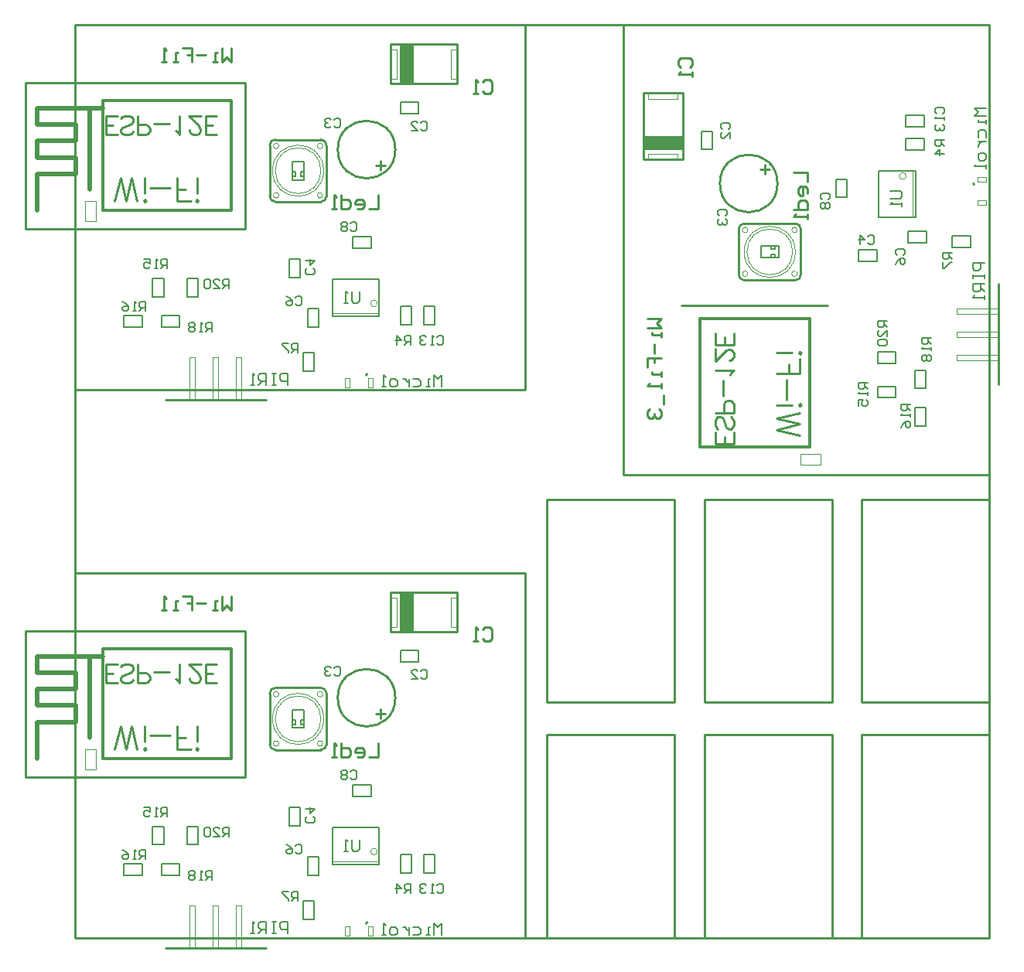
<source format=gbo>
%FSLAX25Y25*%
%MOIN*%
G70*
G01*
G75*
G04 Layer_Color=32896*
%ADD10R,0.01772X0.06299*%
%ADD11R,0.06299X0.13386*%
%ADD12R,0.01654X0.05512*%
%ADD13R,0.05512X0.07087*%
%ADD14R,0.05000X0.03500*%
%ADD15R,0.09000X0.15000*%
%ADD16R,0.08465X0.05000*%
%ADD17R,0.15000X0.28000*%
%ADD18R,0.07874X0.15748*%
%ADD19R,0.05906X0.15748*%
%ADD20R,0.06600X0.01700*%
%ADD21R,0.07087X0.05512*%
%ADD22R,0.11024X0.07874*%
%ADD23R,0.03300X0.03150*%
%ADD24R,0.04724X0.04724*%
%ADD25R,0.03937X0.05906*%
%ADD26R,0.05906X0.03937*%
%ADD27R,0.15748X0.07874*%
%ADD28R,0.03500X0.05000*%
%ADD29R,0.15748X0.05906*%
%ADD30R,0.07874X0.11024*%
%ADD31R,0.04724X0.04724*%
%ADD32R,0.05512X0.01654*%
%ADD33R,0.06299X0.01772*%
%ADD34R,0.13386X0.06299*%
%ADD35R,0.15000X0.09000*%
%ADD36R,0.05000X0.08465*%
%ADD37R,0.28000X0.15000*%
%ADD38C,0.04000*%
%ADD39C,0.01800*%
%ADD40C,0.02000*%
%ADD41C,0.01500*%
%ADD42C,0.02500*%
%ADD43C,0.03000*%
%ADD44C,0.01000*%
%ADD45C,0.05000*%
%ADD46R,0.27700X0.02100*%
%ADD47R,0.01900X0.03800*%
%ADD48R,0.35700X0.03400*%
%ADD49R,0.02100X0.27700*%
%ADD50R,0.03800X0.01900*%
%ADD51R,0.03400X0.35700*%
%ADD52R,0.08200X0.15600*%
%ADD53R,0.05512X0.07874*%
%ADD54R,0.05118X0.07874*%
%ADD55C,0.07874*%
%ADD56C,0.07087*%
%ADD57R,0.07874X0.05512*%
%ADD58R,0.07874X0.05118*%
%ADD59C,0.15800*%
%ADD60C,0.03937*%
%ADD61C,0.04000*%
%ADD62C,0.05000*%
%ADD63C,0.06000*%
%ADD64R,0.26000X0.28400*%
%ADD65R,0.03000X0.10000*%
%ADD66R,0.10000X0.20000*%
%ADD67R,0.09449X0.04724*%
%ADD68R,0.04724X0.11024*%
%ADD69R,0.09843X0.14961*%
%ADD70R,0.14961X0.09843*%
%ADD71R,0.20000X0.10000*%
%ADD72R,0.10000X0.03000*%
%ADD73R,0.04724X0.09449*%
%ADD74R,0.11024X0.04724*%
%ADD75R,0.28400X0.26000*%
%ADD76C,0.03500*%
%ADD77R,0.21028X0.12517*%
%ADD78R,0.12517X0.21028*%
%ADD79R,0.20200X0.15600*%
%ADD80C,0.00200*%
%ADD81C,0.00394*%
%ADD82C,0.00591*%
%ADD83C,0.00787*%
%ADD84C,0.00500*%
%ADD85C,0.00050*%
%ADD86C,0.00800*%
%ADD87R,0.02300X0.06299*%
%ADD88R,0.12100X0.11300*%
%ADD89R,0.06299X0.02100*%
%ADD90R,0.06299X0.02300*%
%ADD91R,0.02100X0.06299*%
%ADD92R,0.11300X0.12100*%
%ADD93R,0.02572X0.07099*%
%ADD94R,0.07099X0.14186*%
%ADD95R,0.02454X0.06312*%
%ADD96R,0.06312X0.07887*%
%ADD97R,0.05800X0.04300*%
%ADD98R,0.09800X0.15800*%
%ADD99R,0.09265X0.05800*%
%ADD100R,0.15800X0.28800*%
%ADD101R,0.08674X0.16548*%
%ADD102R,0.06706X0.16548*%
%ADD103R,0.07400X0.02500*%
%ADD104R,0.07887X0.06312*%
%ADD105R,0.11824X0.08674*%
%ADD106R,0.04100X0.03950*%
%ADD107R,0.05524X0.05524*%
%ADD108R,0.04737X0.06706*%
%ADD109R,0.06706X0.04737*%
%ADD110R,0.16548X0.08674*%
%ADD111R,0.04300X0.05800*%
%ADD112R,0.16548X0.06706*%
%ADD113R,0.08674X0.11824*%
%ADD114R,0.05524X0.05524*%
%ADD115R,0.06312X0.02454*%
%ADD116R,0.07099X0.02572*%
%ADD117R,0.14186X0.07099*%
%ADD118R,0.15800X0.09800*%
%ADD119R,0.05800X0.09265*%
%ADD120R,0.28800X0.15800*%
%ADD121R,0.06312X0.08674*%
%ADD122R,0.05918X0.08674*%
%ADD123C,0.08674*%
%ADD124C,0.07887*%
%ADD125R,0.08674X0.06312*%
%ADD126R,0.08674X0.05918*%
%ADD127C,0.16600*%
%ADD128C,0.04737*%
%ADD129C,0.04800*%
%ADD130C,0.05800*%
%ADD131C,0.06800*%
%ADD132R,0.26800X0.29200*%
%ADD133R,0.03800X0.10800*%
%ADD134R,0.10800X0.20800*%
%ADD135R,0.10249X0.05524*%
%ADD136R,0.05524X0.11824*%
%ADD137R,0.10642X0.15761*%
%ADD138R,0.15761X0.10642*%
%ADD139R,0.20800X0.10800*%
%ADD140R,0.10800X0.03800*%
%ADD141R,0.05524X0.10249*%
%ADD142R,0.11824X0.05524*%
%ADD143R,0.29200X0.26800*%
%ADD144C,0.00300*%
%ADD145C,0.01969*%
%ADD146C,0.01181*%
%ADD147R,0.06000X0.16929*%
%ADD148R,0.16929X0.06000*%
D44*
X105842Y317314D02*
G03*
X108205Y319676I0J2362D01*
G01*
Y341724D02*
G03*
X105842Y344086I-2362J0D01*
G01*
X83795Y319676D02*
G03*
X86158Y317314I2362J0D01*
G01*
Y344086D02*
G03*
X83795Y341724I0J-2362D01*
G01*
X137902Y339800D02*
G03*
X137902Y339800I-12402J0D01*
G01*
X302602Y325200D02*
G03*
X302602Y325200I-12402J0D01*
G01*
X312686Y305542D02*
G03*
X310324Y307905I-2362J0D01*
G01*
X288276D02*
G03*
X285914Y305542I0J-2362D01*
G01*
X310324Y283495D02*
G03*
X312686Y285858I0J2362D01*
G01*
X285914D02*
G03*
X288276Y283495I2362J0D01*
G01*
X137902Y103500D02*
G03*
X137902Y103500I-12402J0D01*
G01*
X105842Y81014D02*
G03*
X108205Y83376I0J2362D01*
G01*
Y105424D02*
G03*
X105842Y107786I-2362J0D01*
G01*
X83795Y83376D02*
G03*
X86158Y81014I2362J0D01*
G01*
Y107786D02*
G03*
X83795Y105424I0J-2362D01*
G01*
X38846Y232052D02*
X82153D01*
X125100Y242700D02*
X125600Y243200D01*
X83795Y319676D02*
Y341724D01*
X108205Y319676D02*
Y341724D01*
X86158Y317314D02*
X105842D01*
X86158Y344086D02*
X105842D01*
X73024Y305708D02*
Y368700D01*
X-21465D02*
X73024D01*
X-21465Y305708D02*
X73024D01*
X-21465D02*
Y368700D01*
X135819Y368235D02*
Y385165D01*
X164559Y368235D02*
Y385165D01*
X135819Y368235D02*
X164559D01*
X135819Y385165D02*
X164559D01*
X38846Y-4248D02*
X82153D01*
X244835Y335519D02*
X261765D01*
X244835Y364259D02*
X261765D01*
Y335519D02*
Y364259D01*
X244835Y335519D02*
Y364259D01*
X288276Y283495D02*
X310324D01*
X288276Y307905D02*
X310324D01*
X312686Y285858D02*
Y305542D01*
X285914Y285858D02*
Y305542D01*
X386800Y325300D02*
X387300Y324800D01*
X397948Y238546D02*
Y281854D01*
X261300Y272724D02*
X324292D01*
X135819Y131935D02*
Y148865D01*
X164559Y131935D02*
Y148865D01*
X135819Y131935D02*
X164559D01*
X135819Y148865D02*
X164559D01*
X83795Y83376D02*
Y105424D01*
X108205Y83376D02*
Y105424D01*
X86158Y81014D02*
X105842D01*
X86158Y107786D02*
X105842D01*
X125100Y6400D02*
X125600Y6900D01*
X73024Y69408D02*
Y132400D01*
X-21465D02*
X73024D01*
X-21465Y69408D02*
X73024D01*
X-21465D02*
Y132400D01*
X67118Y383598D02*
Y377600D01*
X65119Y379599D01*
X63119Y377600D01*
Y383598D01*
X61120Y377600D02*
X59121D01*
X60120D01*
Y381599D01*
X61120D01*
X56122Y380599D02*
X52123D01*
X46125Y383598D02*
X50124D01*
Y380599D01*
X48124D01*
X50124D01*
Y377600D01*
X44126D02*
X42126D01*
X43126D01*
Y381599D01*
X44126D01*
X39127Y377600D02*
X37128D01*
X38127D01*
Y383598D01*
X39127Y382598D01*
X130400Y320398D02*
Y314400D01*
X126401D01*
X121403D02*
X123402D01*
X124402Y315400D01*
Y317399D01*
X123402Y318399D01*
X121403D01*
X120403Y317399D01*
Y316399D01*
X124402D01*
X114405Y320398D02*
Y314400D01*
X117404D01*
X118404Y315400D01*
Y317399D01*
X117404Y318399D01*
X114405D01*
X112406Y314400D02*
X110406D01*
X111406D01*
Y320398D01*
X112406Y319398D01*
X175601Y369098D02*
X176601Y370098D01*
X178600D01*
X179600Y369098D01*
Y365100D01*
X178600Y364100D01*
X176601D01*
X175601Y365100D01*
X173602Y364100D02*
X171603D01*
X172602D01*
Y370098D01*
X173602Y369098D01*
X67118Y147298D02*
Y141300D01*
X65119Y143299D01*
X63119Y141300D01*
Y147298D01*
X61120Y141300D02*
X59121D01*
X60120D01*
Y145299D01*
X61120D01*
X56122Y144299D02*
X52123D01*
X46125Y147298D02*
X50124D01*
Y144299D01*
X48124D01*
X50124D01*
Y141300D01*
X44126D02*
X42126D01*
X43126D01*
Y145299D01*
X44126D01*
X39127Y141300D02*
X37128D01*
X38127D01*
Y147298D01*
X39127Y146298D01*
X130400Y84098D02*
Y78100D01*
X126401D01*
X121403D02*
X123402D01*
X124402Y79100D01*
Y81099D01*
X123402Y82099D01*
X121403D01*
X120403Y81099D01*
Y80099D01*
X124402D01*
X114405Y84098D02*
Y78100D01*
X117404D01*
X118404Y79100D01*
Y81099D01*
X117404Y82099D01*
X114405D01*
X112406Y78100D02*
X110406D01*
X111406D01*
Y84098D01*
X112406Y83098D01*
X175601Y132798D02*
X176601Y133798D01*
X178600D01*
X179600Y132798D01*
Y128800D01*
X178600Y127800D01*
X176601D01*
X175601Y128800D01*
X173602Y127800D02*
X171603D01*
X172602D01*
Y133798D01*
X173602Y132798D01*
X246402Y266818D02*
X252400D01*
X250401Y264819D01*
X252400Y262819D01*
X246402D01*
X252400Y260820D02*
Y258821D01*
Y259820D01*
X248401D01*
Y260820D01*
X249401Y255822D02*
Y251823D01*
X246402Y245825D02*
Y249824D01*
X249401D01*
Y247824D01*
Y249824D01*
X252400D01*
Y243826D02*
Y241826D01*
Y242826D01*
X248401D01*
Y243826D01*
X252400Y238827D02*
Y236828D01*
Y237827D01*
X246402D01*
X247402Y238827D01*
X253400Y233829D02*
Y229830D01*
X247402Y227831D02*
X246402Y226831D01*
Y224832D01*
X247402Y223832D01*
X248401D01*
X249401Y224832D01*
Y225831D01*
Y224832D01*
X250401Y223832D01*
X251400D01*
X252400Y224832D01*
Y226831D01*
X251400Y227831D01*
X309602Y330100D02*
X315600D01*
Y326101D01*
Y321103D02*
Y323102D01*
X314600Y324102D01*
X312601D01*
X311601Y323102D01*
Y321103D01*
X312601Y320103D01*
X313601D01*
Y324102D01*
X309602Y314105D02*
X315600D01*
Y317104D01*
X314600Y318104D01*
X312601D01*
X311601Y317104D01*
Y314105D01*
X315600Y312106D02*
Y310106D01*
Y311106D01*
X309602D01*
X310602Y312106D01*
X260902Y375301D02*
X259902Y376301D01*
Y378300D01*
X260902Y379300D01*
X264900D01*
X265900Y378300D01*
Y376301D01*
X264900Y375301D01*
X265900Y373302D02*
Y371303D01*
Y372302D01*
X259902D01*
X260902Y373302D01*
X18251Y346302D02*
X13300D01*
Y354300D01*
X18251D01*
X13300Y350110D02*
X16347D01*
X24917Y347444D02*
X24155Y346683D01*
X23012Y346302D01*
X21489D01*
X20346Y346683D01*
X19584Y347444D01*
Y348206D01*
X19965Y348968D01*
X20346Y349349D01*
X21108Y349730D01*
X23393Y350491D01*
X24155Y350872D01*
X24536Y351253D01*
X24917Y352015D01*
Y353157D01*
X24155Y353919D01*
X23012Y354300D01*
X21489D01*
X20346Y353919D01*
X19584Y353157D01*
X26707Y350491D02*
X30134D01*
X31277Y350110D01*
X31658Y349730D01*
X32039Y348968D01*
Y347825D01*
X31658Y347063D01*
X31277Y346683D01*
X30134Y346302D01*
X26707D01*
Y354300D01*
X33829Y350872D02*
X40685D01*
X43046Y347825D02*
X43808Y347444D01*
X44950Y346302D01*
Y354300D01*
X49292Y348206D02*
Y347825D01*
X49673Y347063D01*
X50054Y346683D01*
X50816Y346302D01*
X52339D01*
X53101Y346683D01*
X53482Y347063D01*
X53863Y347825D01*
Y348587D01*
X53482Y349349D01*
X52720Y350491D01*
X48911Y354300D01*
X54244D01*
X60985Y346302D02*
X56034D01*
Y354300D01*
X60985D01*
X56034Y350110D02*
X59081D01*
X17000Y317702D02*
X19380Y327700D01*
X21761Y317702D02*
X19380Y327700D01*
X21761Y317702D02*
X24141Y327700D01*
X26522Y317702D02*
X24141Y327700D01*
X29474Y317702D02*
X29950Y318178D01*
X30426Y317702D01*
X29950Y317226D01*
X29474Y317702D01*
X29950Y321035D02*
Y327700D01*
X32187Y323415D02*
X40757D01*
X43709Y317702D02*
Y327700D01*
Y317702D02*
X49898D01*
X43709Y322463D02*
X47517D01*
X51992Y317702D02*
X52469Y318178D01*
X52945Y317702D01*
X52469Y317226D01*
X51992Y317702D01*
X52469Y321035D02*
Y327700D01*
X129500Y332801D02*
X133499D01*
X131499Y330802D02*
Y334800D01*
X297199Y329200D02*
Y333199D01*
X299198Y331199D02*
X295200D01*
X283698Y217951D02*
Y213000D01*
X275700D01*
Y217951D01*
X279890Y213000D02*
Y216047D01*
X282556Y224617D02*
X283317Y223855D01*
X283698Y222712D01*
Y221189D01*
X283317Y220046D01*
X282556Y219284D01*
X281794D01*
X281032Y219665D01*
X280651Y220046D01*
X280270Y220808D01*
X279509Y223093D01*
X279128Y223855D01*
X278747Y224236D01*
X277985Y224617D01*
X276843D01*
X276081Y223855D01*
X275700Y222712D01*
Y221189D01*
X276081Y220046D01*
X276843Y219284D01*
X279509Y226407D02*
Y229835D01*
X279890Y230977D01*
X280270Y231358D01*
X281032Y231739D01*
X282175D01*
X282937Y231358D01*
X283317Y230977D01*
X283698Y229835D01*
Y226407D01*
X275700D01*
X279128Y233529D02*
Y240385D01*
X282175Y242746D02*
X282556Y243508D01*
X283698Y244650D01*
X275700D01*
X281794Y248992D02*
X282175D01*
X282937Y249373D01*
X283317Y249754D01*
X283698Y250516D01*
Y252039D01*
X283317Y252801D01*
X282937Y253182D01*
X282175Y253563D01*
X281413D01*
X280651Y253182D01*
X279509Y252420D01*
X275700Y248611D01*
Y253944D01*
X283698Y260685D02*
Y255734D01*
X275700D01*
Y260685D01*
X279890Y255734D02*
Y258781D01*
X312298Y216700D02*
X302300Y219080D01*
X312298Y221461D02*
X302300Y219080D01*
X312298Y221461D02*
X302300Y223841D01*
X312298Y226222D02*
X302300Y223841D01*
X312298Y229173D02*
X311822Y229650D01*
X312298Y230126D01*
X312774Y229650D01*
X312298Y229173D01*
X308965Y229650D02*
X302300D01*
X306585Y231887D02*
Y240457D01*
X312298Y243409D02*
X302300D01*
X312298D02*
Y249598D01*
X307537Y243409D02*
Y247217D01*
X312298Y251693D02*
X311822Y252169D01*
X312298Y252645D01*
X312774Y252169D01*
X312298Y251693D01*
X308965Y252169D02*
X302300D01*
X129500Y96501D02*
X133499D01*
X131499Y94502D02*
Y98500D01*
X18251Y110002D02*
X13300D01*
Y118000D01*
X18251D01*
X13300Y113810D02*
X16347D01*
X24917Y111144D02*
X24155Y110383D01*
X23012Y110002D01*
X21489D01*
X20346Y110383D01*
X19584Y111144D01*
Y111906D01*
X19965Y112668D01*
X20346Y113049D01*
X21108Y113429D01*
X23393Y114191D01*
X24155Y114572D01*
X24536Y114953D01*
X24917Y115715D01*
Y116857D01*
X24155Y117619D01*
X23012Y118000D01*
X21489D01*
X20346Y117619D01*
X19584Y116857D01*
X26707Y114191D02*
X30134D01*
X31277Y113810D01*
X31658Y113429D01*
X32039Y112668D01*
Y111525D01*
X31658Y110764D01*
X31277Y110383D01*
X30134Y110002D01*
X26707D01*
Y118000D01*
X33829Y114572D02*
X40685D01*
X43046Y111525D02*
X43808Y111144D01*
X44950Y110002D01*
Y118000D01*
X49292Y111906D02*
Y111525D01*
X49673Y110764D01*
X50054Y110383D01*
X50816Y110002D01*
X52339D01*
X53101Y110383D01*
X53482Y110764D01*
X53863Y111525D01*
Y112287D01*
X53482Y113049D01*
X52720Y114191D01*
X48911Y118000D01*
X54244D01*
X60985Y110002D02*
X56034D01*
Y118000D01*
X60985D01*
X56034Y113810D02*
X59081D01*
X17000Y81402D02*
X19380Y91400D01*
X21761Y81402D02*
X19380Y91400D01*
X21761Y81402D02*
X24141Y91400D01*
X26522Y81402D02*
X24141Y91400D01*
X29474Y81402D02*
X29950Y81878D01*
X30426Y81402D01*
X29950Y80926D01*
X29474Y81402D01*
X29950Y84735D02*
Y91400D01*
X32187Y87115D02*
X40757D01*
X43709Y81402D02*
Y91400D01*
Y81402D02*
X49898D01*
X43709Y86163D02*
X47517D01*
X51992Y81402D02*
X52469Y81878D01*
X52945Y81402D01*
X52469Y80926D01*
X51992Y81402D01*
X52469Y84735D02*
Y91400D01*
X0Y0D02*
Y393701D01*
Y0D02*
X393701D01*
Y393701D01*
X0D02*
X393701D01*
X194000Y236300D02*
Y393700D01*
X0D02*
X194000D01*
X0Y236300D02*
X194000D01*
X0D02*
Y393700D01*
X194000Y0D02*
Y157400D01*
X0D02*
X194000D01*
X0Y0D02*
X194000D01*
X0D02*
Y157400D01*
X236300Y393700D02*
X393700D01*
X236300Y199700D02*
Y393700D01*
X393700Y199700D02*
Y393700D01*
X236300Y199700D02*
X393700D01*
X338700Y0D02*
Y87500D01*
Y0D02*
X393700D01*
X338700Y87500D02*
X393700D01*
Y0D02*
Y87500D01*
X271300Y0D02*
Y87500D01*
Y0D02*
X326300D01*
X271300Y87500D02*
X326300D01*
Y0D02*
Y87500D01*
X203300Y0D02*
Y87500D01*
Y0D02*
X258300D01*
X203300Y87500D02*
X258300D01*
Y0D02*
Y87500D01*
Y101500D02*
Y189000D01*
X203300D02*
X258300D01*
X203300Y101500D02*
X258300D01*
X203300D02*
Y189000D01*
X326300Y101500D02*
Y189000D01*
X271300D02*
X326300D01*
X271300Y101500D02*
X326300D01*
X271300D02*
Y189000D01*
X393700Y101500D02*
Y189000D01*
X338700D02*
X393700D01*
X338700Y101500D02*
X393700D01*
X338700D02*
Y189000D01*
D80*
X111177Y269300D02*
X130862D01*
X360700Y310877D02*
Y330562D01*
X111177Y33000D02*
X130862D01*
D81*
X105842Y330700D02*
G03*
X105842Y330700I-9843J0D01*
G01*
X106630Y341330D02*
G03*
X106630Y341330I-1181J0D01*
G01*
Y320070D02*
G03*
X106630Y320070I-1181J0D01*
G01*
X87732D02*
G03*
X87732Y320070I-1181J0D01*
G01*
Y341330D02*
G03*
X87732Y341330I-1181J0D01*
G01*
X107024Y330700D02*
G03*
X107024Y330700I-11024J0D01*
G01*
X309142Y295700D02*
G03*
X309142Y295700I-9843J0D01*
G01*
X289851Y305149D02*
G03*
X289851Y305149I-1181J0D01*
G01*
X311111D02*
G03*
X311111Y305149I-1181J0D01*
G01*
Y286251D02*
G03*
X311111Y286251I-1181J0D01*
G01*
X289851D02*
G03*
X289851Y286251I-1181J0D01*
G01*
X310324Y295700D02*
G03*
X310324Y295700I-11024J0D01*
G01*
X105842Y94400D02*
G03*
X105842Y94400I-9843J0D01*
G01*
X106630Y105030D02*
G03*
X106630Y105030I-1181J0D01*
G01*
Y83770D02*
G03*
X106630Y83770I-1181J0D01*
G01*
X87732D02*
G03*
X87732Y83770I-1181J0D01*
G01*
Y105030D02*
G03*
X87732Y105030I-1181J0D01*
G01*
X107024Y94400D02*
G03*
X107024Y94400I-11024J0D01*
G01*
X71681Y232052D02*
Y250162D01*
X69319D02*
X71681D01*
X69319Y232052D02*
Y250162D01*
X59319Y232052D02*
Y250162D01*
X61681D01*
Y232052D02*
Y250162D01*
X49319Y232052D02*
Y250162D01*
X51681D01*
Y232052D02*
Y250162D01*
X116116Y237326D02*
X118084D01*
X126116D02*
X128084D01*
X116116Y241263D02*
X118084D01*
X116116Y237326D02*
Y241263D01*
X118084Y237326D02*
Y241263D01*
X126116D02*
X128084D01*
X126116Y237326D02*
Y241263D01*
X128084Y237326D02*
Y241263D01*
X4126Y308857D02*
Y317519D01*
X8850D01*
Y308857D02*
Y317519D01*
X4126Y308857D02*
X8850D01*
X162000Y370401D02*
X164362D01*
X162000D02*
Y382999D01*
X164559D01*
X135819D02*
X138378D01*
Y370401D02*
Y382999D01*
X135819Y370401D02*
X138378D01*
X71681Y-4248D02*
Y13862D01*
X69319D02*
X71681D01*
X69319Y-4248D02*
Y13862D01*
X59319Y-4248D02*
Y13862D01*
X61681D01*
Y-4248D02*
Y13862D01*
X49319Y-4248D02*
Y13862D01*
X51681D01*
Y-4248D02*
Y13862D01*
X259599Y361700D02*
Y364062D01*
X247001Y361700D02*
X259599D01*
X247001D02*
Y364259D01*
Y335519D02*
Y338078D01*
X259599D01*
Y335519D02*
Y338078D01*
X392674Y315816D02*
Y317784D01*
Y325816D02*
Y327784D01*
X388737Y315816D02*
Y317784D01*
Y315816D02*
X392674D01*
X388737Y317784D02*
X392674D01*
X388737Y325816D02*
Y327784D01*
Y325816D02*
X392674D01*
X388737Y327784D02*
X392674D01*
X379838Y271381D02*
X397948D01*
X379838Y269019D02*
Y271381D01*
Y269019D02*
X397948D01*
X379838Y259019D02*
X397948D01*
X379838D02*
Y261381D01*
X397948D01*
X379838Y249019D02*
X397948D01*
X379838D02*
Y251381D01*
X397948D01*
X312481Y203826D02*
X321143D01*
X312481D02*
Y208550D01*
X321143D01*
Y203826D02*
Y208550D01*
X162000Y134101D02*
X164362D01*
X162000D02*
Y146699D01*
X164559D01*
X135819D02*
X138378D01*
Y134101D02*
Y146699D01*
X135819Y134101D02*
X138378D01*
X116116Y1026D02*
X118084D01*
X126116D02*
X128084D01*
X116116Y4963D02*
X118084D01*
X116116Y1026D02*
Y4963D01*
X118084Y1026D02*
Y4963D01*
X126116D02*
X128084D01*
X126116Y1026D02*
Y4963D01*
X128084Y1026D02*
Y4963D01*
X4126Y72557D02*
Y81219D01*
X8850D01*
Y72557D02*
Y81219D01*
X4126Y72557D02*
X8850D01*
D84*
X111000Y267800D02*
X131000D01*
Y283900D01*
X111000D02*
X131000D01*
X111000Y267800D02*
Y283900D01*
X98559Y326763D02*
Y334637D01*
X93441Y326763D02*
X98559D01*
X93441D02*
Y334637D01*
X98559D01*
X97181Y328338D02*
X98559D01*
X97181D02*
Y330306D01*
X98559D01*
X93441D02*
X94819D01*
Y328338D02*
Y330306D01*
X93441Y328338D02*
X94819D01*
X48039Y284300D02*
X52961D01*
X48039Y276426D02*
Y284300D01*
Y276426D02*
X52961D01*
Y284300D01*
X274661Y339826D02*
Y347700D01*
X269739Y339826D02*
X274661D01*
X269739D02*
Y347700D01*
X274661D01*
X337500Y296661D02*
X345374D01*
Y291739D02*
Y296661D01*
X337500Y291739D02*
X345374D01*
X337500D02*
Y296661D01*
X358826Y299739D02*
X366700D01*
X358826D02*
Y304661D01*
X366700D01*
Y299739D02*
Y304661D01*
X327739Y319200D02*
Y327074D01*
X332661D01*
Y319200D02*
Y327074D01*
X327739Y319200D02*
X332661D01*
X295363Y298259D02*
X303237D01*
Y293141D02*
Y298259D01*
X295363Y293141D02*
X303237D01*
X295363D02*
Y298259D01*
X301662Y296881D02*
Y298259D01*
X299694Y296881D02*
X301662D01*
X299694D02*
Y298259D01*
Y293141D02*
Y294519D01*
X301662D01*
Y293141D02*
Y294519D01*
X357826Y339739D02*
X365700D01*
X357826D02*
Y344661D01*
X365700D01*
Y339739D02*
Y344661D01*
X377826Y297739D02*
X385700D01*
X377826D02*
Y302661D01*
X385700D01*
Y297739D02*
Y302661D01*
X361739Y220700D02*
Y228574D01*
X366661D01*
Y220700D02*
Y228574D01*
X361739Y220700D02*
X366661D01*
Y236826D02*
Y244700D01*
X361739Y236826D02*
X366661D01*
X361739D02*
Y244700D01*
X366661D01*
X362200Y310700D02*
Y330700D01*
X346100D02*
X362200D01*
X346100Y310700D02*
Y330700D01*
Y310700D02*
X362200D01*
X365700Y349739D02*
Y354661D01*
X357826D02*
X365700D01*
X357826Y349739D02*
Y354661D01*
Y349739D02*
X365700D01*
X345700Y232839D02*
Y237761D01*
Y232839D02*
X353574D01*
Y237761D01*
X345700D02*
X353574D01*
X345700Y247739D02*
Y252661D01*
Y247739D02*
X353574D01*
Y252661D01*
X345700D02*
X353574D01*
X140126Y119039D02*
X148000D01*
X140126D02*
Y123961D01*
X148000D01*
Y119039D02*
Y123961D01*
X96961Y48326D02*
Y56200D01*
X92039Y48326D02*
X96961D01*
X92039D02*
Y56200D01*
X96961D01*
X100039Y27000D02*
Y34874D01*
X104961D01*
Y27000D02*
Y34874D01*
X100039Y27000D02*
X104961D01*
X119500Y65961D02*
X127374D01*
Y61039D02*
Y65961D01*
X119500Y61039D02*
X127374D01*
X119500D02*
Y65961D01*
X98559Y90463D02*
Y98337D01*
X93441Y90463D02*
X98559D01*
X93441D02*
Y98337D01*
X98559D01*
X97181Y92038D02*
X98559D01*
X97181D02*
Y94006D01*
X98559D01*
X93441D02*
X94819D01*
Y92038D02*
Y94006D01*
X93441Y92038D02*
X94819D01*
X140039Y28000D02*
Y35874D01*
X144961D01*
Y28000D02*
Y35874D01*
X140039Y28000D02*
X144961D01*
X98039Y8000D02*
Y15874D01*
X102961D01*
Y8000D02*
Y15874D01*
X98039Y8000D02*
X102961D01*
X21000Y31961D02*
X28874D01*
Y27039D02*
Y31961D01*
X21000Y27039D02*
X28874D01*
X21000D02*
Y31961D01*
X37126Y27039D02*
X45000D01*
X37126D02*
Y31961D01*
X45000D01*
Y27039D02*
Y31961D01*
X111000Y31500D02*
X131000D01*
Y47600D01*
X111000D02*
X131000D01*
X111000Y31500D02*
Y47600D01*
X150039Y28000D02*
X154961D01*
Y35874D01*
X150039D02*
X154961D01*
X150039Y28000D02*
Y35874D01*
X33139Y48000D02*
X38061D01*
X33139Y40126D02*
Y48000D01*
Y40126D02*
X38061D01*
Y48000D01*
X48039D02*
X52961D01*
X48039Y40126D02*
Y48000D01*
Y40126D02*
X52961D01*
Y48000D01*
X140126Y355339D02*
X148000D01*
X140126D02*
Y360261D01*
X148000D01*
Y355339D02*
Y360261D01*
X96961Y284626D02*
Y292500D01*
X92039Y284626D02*
X96961D01*
X92039D02*
Y292500D01*
X96961D01*
X100039Y263300D02*
Y271174D01*
X104961D01*
Y263300D02*
Y271174D01*
X100039Y263300D02*
X104961D01*
X119500Y302261D02*
X127374D01*
Y297339D02*
Y302261D01*
X119500Y297339D02*
X127374D01*
X119500D02*
Y302261D01*
X140039Y264300D02*
Y272174D01*
X144961D01*
Y264300D02*
Y272174D01*
X140039Y264300D02*
X144961D01*
X98039Y244300D02*
Y252174D01*
X102961D01*
Y244300D02*
Y252174D01*
X98039Y244300D02*
X102961D01*
X21000Y268261D02*
X28874D01*
Y263339D02*
Y268261D01*
X21000Y263339D02*
X28874D01*
X21000D02*
Y268261D01*
X37126Y263339D02*
X45000D01*
X37126D02*
Y268261D01*
X45000D01*
Y263339D02*
Y268261D01*
X150039Y264300D02*
X154961D01*
Y272174D01*
X150039D02*
X154961D01*
X150039Y264300D02*
Y272174D01*
X33139Y284300D02*
X38061D01*
X33139Y276426D02*
Y284300D01*
Y276426D02*
X38061D01*
Y284300D01*
X66200Y280000D02*
Y283999D01*
X64201D01*
X63534Y283332D01*
Y281999D01*
X64201Y281333D01*
X66200D01*
X64867D02*
X63534Y280000D01*
X59535D02*
X62201D01*
X59535Y282666D01*
Y283332D01*
X60202Y283999D01*
X61535D01*
X62201Y283332D01*
X58203D02*
X57536Y283999D01*
X56203D01*
X55537Y283332D01*
Y280666D01*
X56203Y280000D01*
X57536D01*
X58203Y280666D01*
Y283332D01*
X39600Y288500D02*
Y292499D01*
X37601D01*
X36934Y291832D01*
Y290499D01*
X37601Y289833D01*
X39600D01*
X38267D02*
X36934Y288500D01*
X35601D02*
X34268D01*
X34935D01*
Y292499D01*
X35601Y291832D01*
X29603Y292499D02*
X32269D01*
Y290499D01*
X30936Y291166D01*
X30270D01*
X29603Y290499D01*
Y289166D01*
X30270Y288500D01*
X31603D01*
X32269Y289166D01*
X155734Y258932D02*
X156401Y259599D01*
X157734D01*
X158400Y258932D01*
Y256266D01*
X157734Y255600D01*
X156401D01*
X155734Y256266D01*
X154401Y255600D02*
X153068D01*
X153735D01*
Y259599D01*
X154401Y258932D01*
X151069D02*
X150403Y259599D01*
X149070D01*
X148403Y258932D01*
Y258266D01*
X149070Y257599D01*
X149736D01*
X149070D01*
X148403Y256933D01*
Y256266D01*
X149070Y255600D01*
X150403D01*
X151069Y256266D01*
X58800Y261200D02*
Y265199D01*
X56801D01*
X56134Y264532D01*
Y263199D01*
X56801Y262533D01*
X58800D01*
X57467D02*
X56134Y261200D01*
X54801D02*
X53468D01*
X54135D01*
Y265199D01*
X54801Y264532D01*
X51469D02*
X50803Y265199D01*
X49470D01*
X48803Y264532D01*
Y263866D01*
X49470Y263199D01*
X48803Y262533D01*
Y261866D01*
X49470Y261200D01*
X50803D01*
X51469Y261866D01*
Y262533D01*
X50803Y263199D01*
X51469Y263866D01*
Y264532D01*
X50803Y263199D02*
X49470D01*
X30100Y270300D02*
Y274299D01*
X28101D01*
X27434Y273632D01*
Y272299D01*
X28101Y271633D01*
X30100D01*
X28767D02*
X27434Y270300D01*
X26101D02*
X24768D01*
X25435D01*
Y274299D01*
X26101Y273632D01*
X20103Y274299D02*
X21436Y273632D01*
X22769Y272299D01*
Y270966D01*
X22103Y270300D01*
X20770D01*
X20103Y270966D01*
Y271633D01*
X20770Y272299D01*
X22769D01*
X95700Y252300D02*
Y256299D01*
X93701D01*
X93034Y255632D01*
Y254299D01*
X93701Y253633D01*
X95700D01*
X94367D02*
X93034Y252300D01*
X91701Y256299D02*
X89035D01*
Y255632D01*
X91701Y252966D01*
Y252300D01*
X144400Y255600D02*
Y259599D01*
X142401D01*
X141734Y258932D01*
Y257599D01*
X142401Y256933D01*
X144400D01*
X143067D02*
X141734Y255600D01*
X138402D02*
Y259599D01*
X140401Y257599D01*
X137735D01*
X118634Y308032D02*
X119301Y308699D01*
X120633D01*
X121300Y308032D01*
Y305366D01*
X120633Y304700D01*
X119301D01*
X118634Y305366D01*
X117301Y308032D02*
X116635Y308699D01*
X115302D01*
X114636Y308032D01*
Y307366D01*
X115302Y306699D01*
X114636Y306033D01*
Y305366D01*
X115302Y304700D01*
X116635D01*
X117301Y305366D01*
Y306033D01*
X116635Y306699D01*
X117301Y307366D01*
Y308032D01*
X116635Y306699D02*
X115302D01*
X94734Y275932D02*
X95401Y276599D01*
X96734D01*
X97400Y275932D01*
Y273266D01*
X96734Y272600D01*
X95401D01*
X94734Y273266D01*
X90736Y276599D02*
X92068Y275932D01*
X93401Y274599D01*
Y273266D01*
X92735Y272600D01*
X91402D01*
X90736Y273266D01*
Y273933D01*
X91402Y274599D01*
X93401D01*
X102632Y288566D02*
X103299Y287899D01*
Y286566D01*
X102632Y285900D01*
X99966D01*
X99300Y286566D01*
Y287899D01*
X99966Y288566D01*
X99300Y291898D02*
X103299D01*
X101299Y289899D01*
Y292565D01*
X111434Y352532D02*
X112101Y353199D01*
X113434D01*
X114100Y352532D01*
Y349866D01*
X113434Y349200D01*
X112101D01*
X111434Y349866D01*
X110101Y352532D02*
X109435Y353199D01*
X108102D01*
X107436Y352532D01*
Y351866D01*
X108102Y351199D01*
X108768D01*
X108102D01*
X107436Y350533D01*
Y349866D01*
X108102Y349200D01*
X109435D01*
X110101Y349866D01*
X148834Y351132D02*
X149501Y351799D01*
X150833D01*
X151500Y351132D01*
Y348466D01*
X150833Y347800D01*
X149501D01*
X148834Y348466D01*
X144835Y347800D02*
X147501D01*
X144835Y350466D01*
Y351132D01*
X145502Y351799D01*
X146835D01*
X147501Y351132D01*
X66200Y43700D02*
Y47699D01*
X64201D01*
X63534Y47032D01*
Y45699D01*
X64201Y45033D01*
X66200D01*
X64867D02*
X63534Y43700D01*
X59535D02*
X62201D01*
X59535Y46366D01*
Y47032D01*
X60202Y47699D01*
X61535D01*
X62201Y47032D01*
X58203D02*
X57536Y47699D01*
X56203D01*
X55537Y47032D01*
Y44366D01*
X56203Y43700D01*
X57536D01*
X58203Y44366D01*
Y47032D01*
X39600Y52200D02*
Y56199D01*
X37601D01*
X36934Y55532D01*
Y54199D01*
X37601Y53533D01*
X39600D01*
X38267D02*
X36934Y52200D01*
X35601D02*
X34268D01*
X34935D01*
Y56199D01*
X35601Y55532D01*
X29603Y56199D02*
X32269D01*
Y54199D01*
X30936Y54866D01*
X30270D01*
X29603Y54199D01*
Y52866D01*
X30270Y52200D01*
X31603D01*
X32269Y52866D01*
X155734Y22632D02*
X156401Y23299D01*
X157734D01*
X158400Y22632D01*
Y19966D01*
X157734Y19300D01*
X156401D01*
X155734Y19966D01*
X154401Y19300D02*
X153068D01*
X153735D01*
Y23299D01*
X154401Y22632D01*
X151069D02*
X150403Y23299D01*
X149070D01*
X148403Y22632D01*
Y21966D01*
X149070Y21299D01*
X149736D01*
X149070D01*
X148403Y20633D01*
Y19966D01*
X149070Y19300D01*
X150403D01*
X151069Y19966D01*
X58800Y24900D02*
Y28899D01*
X56801D01*
X56134Y28232D01*
Y26899D01*
X56801Y26233D01*
X58800D01*
X57467D02*
X56134Y24900D01*
X54801D02*
X53468D01*
X54135D01*
Y28899D01*
X54801Y28232D01*
X51469D02*
X50803Y28899D01*
X49470D01*
X48803Y28232D01*
Y27566D01*
X49470Y26899D01*
X48803Y26233D01*
Y25567D01*
X49470Y24900D01*
X50803D01*
X51469Y25567D01*
Y26233D01*
X50803Y26899D01*
X51469Y27566D01*
Y28232D01*
X50803Y26899D02*
X49470D01*
X30100Y34000D02*
Y37999D01*
X28101D01*
X27434Y37332D01*
Y35999D01*
X28101Y35333D01*
X30100D01*
X28767D02*
X27434Y34000D01*
X26101D02*
X24768D01*
X25435D01*
Y37999D01*
X26101Y37332D01*
X20103Y37999D02*
X21436Y37332D01*
X22769Y35999D01*
Y34666D01*
X22103Y34000D01*
X20770D01*
X20103Y34666D01*
Y35333D01*
X20770Y35999D01*
X22769D01*
X95700Y16000D02*
Y19999D01*
X93701D01*
X93034Y19332D01*
Y17999D01*
X93701Y17333D01*
X95700D01*
X94367D02*
X93034Y16000D01*
X91701Y19999D02*
X89035D01*
Y19332D01*
X91701Y16667D01*
Y16000D01*
X144400Y19300D02*
Y23299D01*
X142401D01*
X141734Y22632D01*
Y21299D01*
X142401Y20633D01*
X144400D01*
X143067D02*
X141734Y19300D01*
X138402D02*
Y23299D01*
X140401Y21299D01*
X137735D01*
X118634Y71732D02*
X119301Y72399D01*
X120633D01*
X121300Y71732D01*
Y69066D01*
X120633Y68400D01*
X119301D01*
X118634Y69066D01*
X117301Y71732D02*
X116635Y72399D01*
X115302D01*
X114636Y71732D01*
Y71066D01*
X115302Y70399D01*
X114636Y69733D01*
Y69066D01*
X115302Y68400D01*
X116635D01*
X117301Y69066D01*
Y69733D01*
X116635Y70399D01*
X117301Y71066D01*
Y71732D01*
X116635Y70399D02*
X115302D01*
X94734Y39632D02*
X95401Y40299D01*
X96734D01*
X97400Y39632D01*
Y36966D01*
X96734Y36300D01*
X95401D01*
X94734Y36966D01*
X90736Y40299D02*
X92068Y39632D01*
X93401Y38299D01*
Y36966D01*
X92735Y36300D01*
X91402D01*
X90736Y36966D01*
Y37633D01*
X91402Y38299D01*
X93401D01*
X102632Y52266D02*
X103299Y51599D01*
Y50266D01*
X102632Y49600D01*
X99966D01*
X99300Y50266D01*
Y51599D01*
X99966Y52266D01*
X99300Y55598D02*
X103299D01*
X101299Y53599D01*
Y56265D01*
X111434Y116232D02*
X112101Y116899D01*
X113434D01*
X114100Y116232D01*
Y113567D01*
X113434Y112900D01*
X112101D01*
X111434Y113567D01*
X110101Y116232D02*
X109435Y116899D01*
X108102D01*
X107436Y116232D01*
Y115566D01*
X108102Y114899D01*
X108768D01*
X108102D01*
X107436Y114233D01*
Y113567D01*
X108102Y112900D01*
X109435D01*
X110101Y113567D01*
X148834Y114832D02*
X149501Y115499D01*
X150833D01*
X151500Y114832D01*
Y112167D01*
X150833Y111500D01*
X149501D01*
X148834Y112167D01*
X144835Y111500D02*
X147501D01*
X144835Y114166D01*
Y114832D01*
X145502Y115499D01*
X146835D01*
X147501Y114832D01*
X350000Y265900D02*
X346001D01*
Y263901D01*
X346668Y263234D01*
X348001D01*
X348667Y263901D01*
Y265900D01*
Y264567D02*
X350000Y263234D01*
Y259236D02*
Y261901D01*
X347334Y259236D01*
X346668D01*
X346001Y259902D01*
Y261235D01*
X346668Y261901D01*
Y257903D02*
X346001Y257236D01*
Y255903D01*
X346668Y255237D01*
X349334D01*
X350000Y255903D01*
Y257236D01*
X349334Y257903D01*
X346668D01*
X341500Y239300D02*
X337501D01*
Y237301D01*
X338168Y236634D01*
X339501D01*
X340167Y237301D01*
Y239300D01*
Y237967D02*
X341500Y236634D01*
Y235301D02*
Y233968D01*
Y234635D01*
X337501D01*
X338168Y235301D01*
X337501Y229303D02*
Y231969D01*
X339501D01*
X338834Y230636D01*
Y229970D01*
X339501Y229303D01*
X340834D01*
X341500Y229970D01*
Y231303D01*
X340834Y231969D01*
X371068Y355434D02*
X370401Y356101D01*
Y357434D01*
X371068Y358100D01*
X373734D01*
X374400Y357434D01*
Y356101D01*
X373734Y355434D01*
X374400Y354101D02*
Y352768D01*
Y353435D01*
X370401D01*
X371068Y354101D01*
Y350769D02*
X370401Y350103D01*
Y348770D01*
X371068Y348103D01*
X371734D01*
X372401Y348770D01*
Y349436D01*
Y348770D01*
X373067Y348103D01*
X373734D01*
X374400Y348770D01*
Y350103D01*
X373734Y350769D01*
X368800Y258500D02*
X364801D01*
Y256501D01*
X365468Y255834D01*
X366801D01*
X367467Y256501D01*
Y258500D01*
Y257167D02*
X368800Y255834D01*
Y254501D02*
Y253168D01*
Y253835D01*
X364801D01*
X365468Y254501D01*
Y251169D02*
X364801Y250503D01*
Y249170D01*
X365468Y248503D01*
X366134D01*
X366801Y249170D01*
X367467Y248503D01*
X368134D01*
X368800Y249170D01*
Y250503D01*
X368134Y251169D01*
X367467D01*
X366801Y250503D01*
X366134Y251169D01*
X365468D01*
X366801Y250503D02*
Y249170D01*
X359700Y229800D02*
X355701D01*
Y227801D01*
X356368Y227134D01*
X357701D01*
X358367Y227801D01*
Y229800D01*
Y228467D02*
X359700Y227134D01*
Y225801D02*
Y224468D01*
Y225135D01*
X355701D01*
X356368Y225801D01*
X355701Y219803D02*
X356368Y221136D01*
X357701Y222469D01*
X359034D01*
X359700Y221803D01*
Y220470D01*
X359034Y219803D01*
X358367D01*
X357701Y220470D01*
Y222469D01*
X377700Y295400D02*
X373701D01*
Y293401D01*
X374368Y292734D01*
X375701D01*
X376367Y293401D01*
Y295400D01*
Y294067D02*
X377700Y292734D01*
X373701Y291401D02*
Y288736D01*
X374368D01*
X377034Y291401D01*
X377700D01*
X374400Y344100D02*
X370401D01*
Y342101D01*
X371068Y341434D01*
X372401D01*
X373067Y342101D01*
Y344100D01*
Y342767D02*
X374400Y341434D01*
Y338102D02*
X370401D01*
X372401Y340101D01*
Y337436D01*
X321968Y318334D02*
X321301Y319001D01*
Y320334D01*
X321968Y321000D01*
X324634D01*
X325300Y320334D01*
Y319001D01*
X324634Y318334D01*
X321968Y317001D02*
X321301Y316335D01*
Y315002D01*
X321968Y314335D01*
X322634D01*
X323301Y315002D01*
X323967Y314335D01*
X324634D01*
X325300Y315002D01*
Y316335D01*
X324634Y317001D01*
X323967D01*
X323301Y316335D01*
X322634Y317001D01*
X321968D01*
X323301Y316335D02*
Y315002D01*
X354068Y294434D02*
X353401Y295101D01*
Y296434D01*
X354068Y297100D01*
X356734D01*
X357400Y296434D01*
Y295101D01*
X356734Y294434D01*
X353401Y290436D02*
X354068Y291768D01*
X355401Y293101D01*
X356734D01*
X357400Y292435D01*
Y291102D01*
X356734Y290436D01*
X356067D01*
X355401Y291102D01*
Y293101D01*
X341434Y302332D02*
X342101Y302999D01*
X343434D01*
X344100Y302332D01*
Y299666D01*
X343434Y299000D01*
X342101D01*
X341434Y299666D01*
X338102Y299000D02*
Y302999D01*
X340101Y300999D01*
X337436D01*
X277468Y311134D02*
X276801Y311801D01*
Y313134D01*
X277468Y313800D01*
X280134D01*
X280800Y313134D01*
Y311801D01*
X280134Y311134D01*
X277468Y309801D02*
X276801Y309135D01*
Y307802D01*
X277468Y307136D01*
X278134D01*
X278801Y307802D01*
Y308468D01*
Y307802D01*
X279467Y307136D01*
X280134D01*
X280800Y307802D01*
Y309135D01*
X280134Y309801D01*
X278868Y348534D02*
X278201Y349201D01*
Y350534D01*
X278868Y351200D01*
X281534D01*
X282200Y350534D01*
Y349201D01*
X281534Y348534D01*
X282200Y344535D02*
Y347201D01*
X279534Y344535D01*
X278868D01*
X278201Y345202D01*
Y346535D01*
X278868Y347201D01*
D86*
X122400Y278698D02*
Y274533D01*
X121567Y273700D01*
X119901D01*
X119068Y274533D01*
Y278698D01*
X117402Y273700D02*
X115735D01*
X116569D01*
Y278698D01*
X117402Y277865D01*
X91400Y238300D02*
Y243298D01*
X88901D01*
X88068Y242465D01*
Y240799D01*
X88901Y239966D01*
X91400D01*
X86402Y243298D02*
X84736D01*
X85569D01*
Y238300D01*
X86402D01*
X84736D01*
X82236D02*
Y243298D01*
X79737D01*
X78904Y242465D01*
Y240799D01*
X79737Y239966D01*
X82236D01*
X80570D02*
X78904Y238300D01*
X77238D02*
X75572D01*
X76405D01*
Y243298D01*
X77238Y242465D01*
X157900Y237500D02*
Y242498D01*
X156234Y240832D01*
X154568Y242498D01*
Y237500D01*
X152902D02*
X151235D01*
X152069D01*
Y240832D01*
X152902D01*
X145404D02*
X147903D01*
X148736Y239999D01*
Y238333D01*
X147903Y237500D01*
X145404D01*
X143738Y240832D02*
Y237500D01*
Y239166D01*
X142905Y239999D01*
X142072Y240832D01*
X141239D01*
X137907Y237500D02*
X136240D01*
X135407Y238333D01*
Y239999D01*
X136240Y240832D01*
X137907D01*
X138740Y239999D01*
Y238333D01*
X137907Y237500D01*
X133741D02*
X132075D01*
X132908D01*
Y242498D01*
X133741Y241665D01*
X122400Y42398D02*
Y38233D01*
X121567Y37400D01*
X119901D01*
X119068Y38233D01*
Y42398D01*
X117402Y37400D02*
X115735D01*
X116569D01*
Y42398D01*
X117402Y41565D01*
X157900Y1200D02*
Y6198D01*
X156234Y4532D01*
X154568Y6198D01*
Y1200D01*
X152902D02*
X151235D01*
X152069D01*
Y4532D01*
X152902D01*
X145404D02*
X147903D01*
X148736Y3699D01*
Y2033D01*
X147903Y1200D01*
X145404D01*
X143738Y4532D02*
Y1200D01*
Y2866D01*
X142905Y3699D01*
X142072Y4532D01*
X141239D01*
X137907Y1200D02*
X136240D01*
X135407Y2033D01*
Y3699D01*
X136240Y4532D01*
X137907D01*
X138740Y3699D01*
Y2033D01*
X137907Y1200D01*
X133741D02*
X132075D01*
X132908D01*
Y6198D01*
X133741Y5365D01*
X351302Y322100D02*
X355467D01*
X356300Y321267D01*
Y319601D01*
X355467Y318768D01*
X351302D01*
X356300Y317102D02*
Y315436D01*
Y316269D01*
X351302D01*
X352135Y317102D01*
X391700Y291100D02*
X386702D01*
Y288601D01*
X387535Y287768D01*
X389201D01*
X390034Y288601D01*
Y291100D01*
X386702Y286102D02*
Y284436D01*
Y285269D01*
X391700D01*
Y286102D01*
Y284436D01*
Y281936D02*
X386702D01*
Y279437D01*
X387535Y278604D01*
X389201D01*
X390034Y279437D01*
Y281936D01*
Y280270D02*
X391700Y278604D01*
Y276938D02*
Y275272D01*
Y276105D01*
X386702D01*
X387535Y276938D01*
X392500Y357600D02*
X387502D01*
X389168Y355934D01*
X387502Y354268D01*
X392500D01*
Y352602D02*
Y350936D01*
Y351769D01*
X389168D01*
Y352602D01*
Y345104D02*
Y347603D01*
X390001Y348436D01*
X391667D01*
X392500Y347603D01*
Y345104D01*
X389168Y343438D02*
X392500D01*
X390834D01*
X390001Y342605D01*
X389168Y341772D01*
Y340939D01*
X392500Y337607D02*
Y335940D01*
X391667Y335107D01*
X390001D01*
X389168Y335940D01*
Y337607D01*
X390001Y338439D01*
X391667D01*
X392500Y337607D01*
Y333441D02*
Y331775D01*
Y332608D01*
X387502D01*
X388335Y333441D01*
X91400Y2000D02*
Y6998D01*
X88901D01*
X88068Y6165D01*
Y4499D01*
X88901Y3666D01*
X91400D01*
X86402Y6998D02*
X84736D01*
X85569D01*
Y2000D01*
X86402D01*
X84736D01*
X82236D02*
Y6998D01*
X79737D01*
X78904Y6165D01*
Y4499D01*
X79737Y3666D01*
X82236D01*
X80570D02*
X78904Y2000D01*
X77238D02*
X75572D01*
X76405D01*
Y6998D01*
X77238Y6165D01*
D144*
X130135Y273448D02*
G03*
X130135Y273448I-1438J0D01*
G01*
X357990Y328397D02*
G03*
X357990Y328397I-1438J0D01*
G01*
X130135Y37148D02*
G03*
X130135Y37148I-1438J0D01*
G01*
D145*
X-16346Y313582D02*
Y329330D01*
X189D01*
Y336417D01*
X6095Y322500D02*
Y357676D01*
X-16346Y336417D02*
X189D01*
X-16346D02*
Y343503D01*
X189D01*
Y350590D01*
X-16346D02*
X189D01*
X-16346D02*
Y357676D01*
X12000D01*
X-16346Y77282D02*
Y93030D01*
X189D01*
Y100117D01*
X6095Y86200D02*
Y121376D01*
X-16346Y100117D02*
X189D01*
X-16346D02*
Y107203D01*
X189D01*
Y114290D01*
X-16346D02*
X189D01*
X-16346D02*
Y121376D01*
X12000D01*
D146*
Y360826D02*
X67118D01*
X12000Y313582D02*
X67118D01*
X12000D02*
Y360826D01*
X67118Y313582D02*
Y360826D01*
X269174Y211700D02*
Y266818D01*
X316418Y211700D02*
Y266818D01*
X269174Y211700D02*
X316418D01*
X269174Y266818D02*
X316418D01*
X12000Y124526D02*
X67118D01*
X12000Y77282D02*
X67118D01*
X12000D02*
Y124526D01*
X67118Y77282D02*
Y124526D01*
D147*
X142772Y376703D02*
D03*
Y140403D02*
D03*
D148*
X253296Y342472D02*
D03*
M02*

</source>
